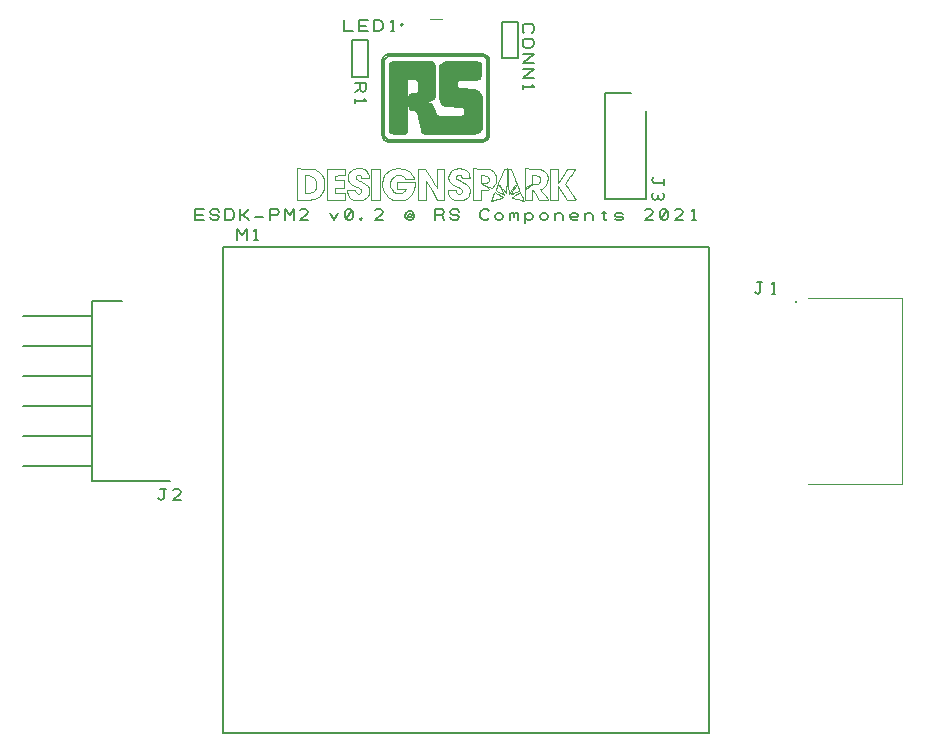
<source format=gbr>
G04 DesignSpark PCB PRO Gerber Version 10.0 Build 5299*
G04 #@! TF.Part,Single*
G04 #@! TF.FileFunction,Legend,Top*
G04 #@! TF.FilePolarity,Positive*
%FSLAX35Y35*%
%MOIN*%
%ADD71C,0.00300*%
%ADD19C,0.00394*%
%ADD16C,0.00500*%
%ADD17C,0.00787*%
%ADD20C,0.00800*%
G04 #@! TD.AperFunction*
X0Y0D02*
D02*
D16*
X49606Y102350D02*
X49919Y102037D01*
X50544Y101725D01*
X51169Y102037D01*
X51481Y102350D01*
Y105475D01*
X52106D01*
X51481D02*
X50231D01*
X57106Y101725D02*
X54606D01*
X56794Y103913D01*
X57106Y104537D01*
X56794Y105163D01*
X56169Y105475D01*
X55231D01*
X54606Y105163D01*
X71063Y24016D02*
X233268D01*
Y186220D01*
X71063D01*
Y24016D01*
X75984Y188339D02*
Y192089D01*
X77547Y190214D01*
X79109Y192089D01*
Y188339D01*
X81609D02*
X82859D01*
X82234D02*
Y192089D01*
X81609Y191464D01*
X111417Y261774D02*
Y258024D01*
X114543D01*
X116417D02*
Y261774D01*
X119543D01*
X118917Y259899D02*
X116417D01*
Y258024D02*
X119543D01*
X121417D02*
Y261774D01*
X123293D01*
X123917Y261462D01*
X124230Y261149D01*
X124543Y260524D01*
Y259274D01*
X124230Y258649D01*
X123917Y258337D01*
X123293Y258024D01*
X121417D01*
X127043D02*
X128293D01*
X127667D02*
Y261774D01*
X127043Y261149D01*
X115111Y240945D02*
X118861D01*
Y238757D01*
X118548Y238132D01*
X117923Y237820D01*
X117298Y238132D01*
X116986Y238757D01*
Y240945D01*
Y238757D02*
X115111Y237820D01*
Y235320D02*
Y234070D01*
Y234695D02*
X118861D01*
X118236Y235320D01*
X119579Y242669D02*
X114279D01*
Y254969D01*
X119579D01*
Y242669D01*
X126791Y224923D02*
Y246613D01*
X126866Y247156D01*
X127095Y247549D01*
X127486Y247787D01*
X128046Y247867D01*
X139734D01*
X140679Y247684D01*
X141381Y247196D01*
X141819Y246494D01*
X141969Y245671D01*
Y237082D01*
X141817Y236265D01*
X141401Y235606D01*
X140778Y235146D01*
X140008Y234924D01*
X139342Y234778D01*
X139192Y234616D01*
X139146Y234336D01*
X139188Y234118D01*
X139337Y233974D01*
X140087Y233787D01*
X140480Y233690D01*
X140822Y233478D01*
X141263Y232846D01*
X142126Y230532D01*
X142465Y229919D01*
X142827Y229710D01*
X143420Y229630D01*
X150480D01*
X151052Y229708D01*
X151470Y229934D01*
X151726Y230292D01*
X151814Y230767D01*
Y231630D01*
X151750Y232073D01*
X151539Y232439D01*
X151152Y232694D01*
X150559Y232807D01*
X146283Y233003D01*
X145180Y233288D01*
X144283Y233870D01*
X143680Y234696D01*
X143460Y235709D01*
Y245279D01*
X143622Y246331D01*
X144082Y247078D01*
X144800Y247524D01*
X145735Y247671D01*
X155775D01*
X156374Y247592D01*
X156775Y247357D01*
X156999Y246976D01*
X157069Y246456D01*
Y243239D01*
X156993Y242673D01*
X156750Y242269D01*
X156324Y242026D01*
X155696Y241945D01*
X150245D01*
X149713Y241857D01*
X149348Y241622D01*
X149136Y241283D01*
X149068Y240886D01*
Y239788D01*
X149163Y239386D01*
X149441Y239072D01*
X149896Y238861D01*
X150519Y238768D01*
X155030Y238494D01*
X155989Y238226D01*
X156760Y237616D01*
X157274Y236778D01*
X157461Y235827D01*
Y225982D01*
X157406Y225476D01*
X157249Y225045D01*
X156702Y224399D01*
X155956Y224024D01*
X155147Y223904D01*
X138989D01*
X138429Y223943D01*
X137983Y224100D01*
X137648Y224433D01*
X137420Y225002D01*
X136008Y230767D01*
X135852Y231237D01*
X135611Y231581D01*
X135186Y231793D01*
X134478Y231865D01*
X133991Y231933D01*
X133606Y232140D01*
X133353Y232494D01*
X133262Y233003D01*
Y236023D01*
X133338Y236531D01*
X133571Y236885D01*
X133974Y237093D01*
X134557Y237160D01*
X135341D01*
X135821Y237269D01*
X136150Y237557D01*
X136339Y237971D01*
X136400Y238454D01*
Y240925D01*
X136315Y241395D01*
X136072Y241739D01*
X135689Y241951D01*
X135184Y242024D01*
X132517D01*
Y225041D01*
X132398Y224499D01*
X132096Y224149D01*
X131690Y223960D01*
X131262Y223904D01*
X128007D01*
X127469Y223975D01*
X127090Y224178D01*
X126865Y224499D01*
X126791Y224923D01*
G36*
X126791Y224923D02*
Y246613D01*
X126866Y247156D01*
X127095Y247549D01*
X127486Y247787D01*
X128046Y247867D01*
X139734D01*
X140679Y247684D01*
X141381Y247196D01*
X141819Y246494D01*
X141969Y245671D01*
Y237082D01*
X141817Y236265D01*
X141401Y235606D01*
X140778Y235146D01*
X140008Y234924D01*
X139342Y234778D01*
X139192Y234616D01*
X139146Y234336D01*
X139188Y234118D01*
X139337Y233974D01*
X140087Y233787D01*
X140480Y233690D01*
X140822Y233478D01*
X141263Y232846D01*
X142126Y230532D01*
X142465Y229919D01*
X142827Y229710D01*
X143420Y229630D01*
X150480D01*
X151052Y229708D01*
X151470Y229934D01*
X151726Y230292D01*
X151814Y230767D01*
Y231630D01*
X151750Y232073D01*
X151539Y232439D01*
X151152Y232694D01*
X150559Y232807D01*
X146283Y233003D01*
X145180Y233288D01*
X144283Y233870D01*
X143680Y234696D01*
X143460Y235709D01*
Y245279D01*
X143622Y246331D01*
X144082Y247078D01*
X144800Y247524D01*
X145735Y247671D01*
X155775D01*
X156374Y247592D01*
X156775Y247357D01*
X156999Y246976D01*
X157069Y246456D01*
Y243239D01*
X156993Y242673D01*
X156750Y242269D01*
X156324Y242026D01*
X155696Y241945D01*
X150245D01*
X149713Y241857D01*
X149348Y241622D01*
X149136Y241283D01*
X149068Y240886D01*
Y239788D01*
X149163Y239386D01*
X149441Y239072D01*
X149896Y238861D01*
X150519Y238768D01*
X155030Y238494D01*
X155989Y238226D01*
X156760Y237616D01*
X157274Y236778D01*
X157461Y235827D01*
Y225982D01*
X157406Y225476D01*
X157249Y225045D01*
X156702Y224399D01*
X155956Y224024D01*
X155147Y223904D01*
X138989D01*
X138429Y223943D01*
X137983Y224100D01*
X137648Y224433D01*
X137420Y225002D01*
X136008Y230767D01*
X135852Y231237D01*
X135611Y231581D01*
X135186Y231793D01*
X134478Y231865D01*
X133991Y231933D01*
X133606Y232140D01*
X133353Y232494D01*
X133262Y233003D01*
Y236023D01*
X133338Y236531D01*
X133571Y236885D01*
X133974Y237093D01*
X134557Y237160D01*
X135341D01*
X135821Y237269D01*
X136150Y237557D01*
X136339Y237971D01*
X136400Y238454D01*
Y240925D01*
X136315Y241395D01*
X136072Y241739D01*
X135689Y241951D01*
X135184Y242024D01*
X132517D01*
Y225041D01*
X132398Y224499D01*
X132096Y224149D01*
X131690Y223960D01*
X131262Y223904D01*
X128007D01*
X127469Y223975D01*
X127090Y224178D01*
X126865Y224499D01*
X126791Y224923D01*
G37*
X61850Y195032D02*
Y198782D01*
X64976D01*
X64350Y196907D02*
X61850D01*
Y195032D02*
X64976D01*
X66850Y195970D02*
X67163Y195344D01*
X67788Y195032D01*
X69038D01*
X69663Y195344D01*
X69976Y195970D01*
X69663Y196594D01*
X69038Y196907D01*
X67788D01*
X67163Y197220D01*
X66850Y197844D01*
X67163Y198470D01*
X67788Y198782D01*
X69038D01*
X69663Y198470D01*
X69976Y197844D01*
X71850Y195032D02*
Y198782D01*
X73726D01*
X74350Y198470D01*
X74663Y198157D01*
X74976Y197532D01*
Y196282D01*
X74663Y195657D01*
X74350Y195344D01*
X73726Y195032D01*
X71850D01*
X76850D02*
Y198782D01*
Y196907D02*
X77788D01*
X79976Y198782D01*
X77788Y196907D02*
X79976Y195032D01*
X81850Y196282D02*
X84350D01*
X86850Y195032D02*
Y198782D01*
X89038D01*
X89663Y198470D01*
X89976Y197844D01*
X89663Y197220D01*
X89038Y196907D01*
X86850D01*
X91850Y195032D02*
Y198782D01*
X93413Y196907D01*
X94976Y198782D01*
Y195032D01*
X99350D02*
X96850D01*
X99038Y197220D01*
X99350Y197844D01*
X99038Y198470D01*
X98413Y198782D01*
X97476D01*
X96850Y198470D01*
X106850Y197532D02*
X108100Y195032D01*
X109350Y197532D01*
X112163Y195344D02*
X112788Y195032D01*
X113413D01*
X114038Y195344D01*
X114350Y195970D01*
Y197844D01*
X114038Y198470D01*
X113413Y198782D01*
X112788D01*
X112163Y198470D01*
X111850Y197844D01*
Y195970D01*
X112163Y195344D01*
X114038Y198470D01*
X117163Y195032D02*
X117476Y195344D01*
X117163Y195657D01*
X116850Y195344D01*
X117163Y195032D01*
X124350D02*
X121850D01*
X124038Y197220D01*
X124350Y197844D01*
X124038Y198470D01*
X123413Y198782D01*
X122476D01*
X121850Y198470D01*
X131850Y196282D02*
Y196594D01*
X132163Y197532D01*
X132476Y197844D01*
X133100Y198157D01*
X133726D01*
X134350Y197844D01*
X134663Y197532D01*
X134976Y196594D01*
Y196282D01*
X134663Y195657D01*
X134350Y195344D01*
X133726Y195032D01*
X133100D01*
X132476Y195344D01*
X132163Y195657D01*
X131850Y196282D01*
X134038D02*
X133413Y195970D01*
X132788Y196282D01*
Y196907D01*
X133413Y197220D01*
X134038Y196907D01*
X141850Y195032D02*
Y198782D01*
X144038D01*
X144663Y198470D01*
X144976Y197844D01*
X144663Y197220D01*
X144038Y196907D01*
X141850D01*
X144038D02*
X144976Y195032D01*
X146850Y195970D02*
X147163Y195344D01*
X147788Y195032D01*
X149038D01*
X149663Y195344D01*
X149976Y195970D01*
X149663Y196594D01*
X149038Y196907D01*
X147788D01*
X147163Y197220D01*
X146850Y197844D01*
X147163Y198470D01*
X147788Y198782D01*
X149038D01*
X149663Y198470D01*
X149976Y197844D01*
X159976Y195657D02*
X159663Y195344D01*
X159038Y195032D01*
X158100D01*
X157476Y195344D01*
X157163Y195657D01*
X156850Y196282D01*
Y197532D01*
X157163Y198157D01*
X157476Y198470D01*
X158100Y198782D01*
X159038D01*
X159663Y198470D01*
X159976Y198157D01*
X161850Y195970D02*
X162163Y195344D01*
X162788Y195032D01*
X163413D01*
X164038Y195344D01*
X164350Y195970D01*
Y196594D01*
X164038Y197220D01*
X163413Y197532D01*
X162788D01*
X162163Y197220D01*
X161850Y196594D01*
Y195970D01*
X166850Y195032D02*
Y197532D01*
Y197220D02*
X167163Y197532D01*
X167788D01*
X168100Y197220D01*
Y196282D01*
Y197220D02*
X168413Y197532D01*
X169038D01*
X169350Y197220D01*
Y195032D01*
X171850Y197532D02*
Y194094D01*
Y195970D02*
X172163Y195344D01*
X172788Y195032D01*
X173413D01*
X174038Y195344D01*
X174350Y195970D01*
Y196594D01*
X174038Y197220D01*
X173413Y197532D01*
X172788D01*
X172163Y197220D01*
X171850Y196594D01*
Y195970D01*
X176850D02*
X177163Y195344D01*
X177788Y195032D01*
X178413D01*
X179038Y195344D01*
X179350Y195970D01*
Y196594D01*
X179038Y197220D01*
X178413Y197532D01*
X177788D01*
X177163Y197220D01*
X176850Y196594D01*
Y195970D01*
X181850Y195032D02*
Y197532D01*
Y196594D02*
X182163Y197220D01*
X182788Y197532D01*
X183413D01*
X184038Y197220D01*
X184350Y196594D01*
Y195032D01*
X189350Y195344D02*
X189038Y195032D01*
X188413D01*
X187788D01*
X187163Y195344D01*
X186850Y195970D01*
Y196907D01*
X187163Y197220D01*
X187788Y197532D01*
X188413D01*
X189038Y197220D01*
X189350Y196907D01*
Y196594D01*
X189038Y196282D01*
X188413Y195970D01*
X187788D01*
X187163Y196282D01*
X186850Y196594D01*
X191850Y195032D02*
Y197532D01*
Y196594D02*
X192163Y197220D01*
X192788Y197532D01*
X193413D01*
X194038Y197220D01*
X194350Y196594D01*
Y195032D01*
X197371Y197532D02*
X198830D01*
X198100Y198157D02*
Y195344D01*
X198413Y195032D01*
X198726D01*
X199038Y195344D01*
X201850D02*
X202476Y195032D01*
X203726D01*
X204350Y195344D01*
Y195970D01*
X203726Y196282D01*
X202476D01*
X201850Y196594D01*
Y197220D01*
X202476Y197532D01*
X203726D01*
X204350Y197220D01*
X214350Y195032D02*
X211850D01*
X214038Y197220D01*
X214350Y197844D01*
X214038Y198470D01*
X213413Y198782D01*
X212476D01*
X211850Y198470D01*
X217163Y195344D02*
X217788Y195032D01*
X218413D01*
X219038Y195344D01*
X219350Y195970D01*
Y197844D01*
X219038Y198470D01*
X218413Y198782D01*
X217788D01*
X217163Y198470D01*
X216850Y197844D01*
Y195970D01*
X217163Y195344D01*
X219038Y198470D01*
X224350Y195032D02*
X221850D01*
X224038Y197220D01*
X224350Y197844D01*
X224038Y198470D01*
X223413Y198782D01*
X222476D01*
X221850Y198470D01*
X227476Y195032D02*
X228726D01*
X228100D02*
Y198782D01*
X227476Y198157D01*
X169579Y248968D02*
X164279D01*
Y261268D01*
X169579D01*
Y248968D01*
X171641Y257505D02*
X171329Y257817D01*
X171016Y258443D01*
Y259380D01*
X171329Y260005D01*
X171641Y260317D01*
X172266Y260630D01*
X173516D01*
X174141Y260317D01*
X174454Y260005D01*
X174766Y259380D01*
Y258443D01*
X174454Y257817D01*
X174141Y257505D01*
X172266Y255630D02*
X173516D01*
X174141Y255317D01*
X174454Y255005D01*
X174766Y254380D01*
Y253755D01*
X174454Y253130D01*
X174141Y252817D01*
X173516Y252505D01*
X172266D01*
X171641Y252817D01*
X171329Y253130D01*
X171016Y253755D01*
Y254380D01*
X171329Y255005D01*
X171641Y255317D01*
X172266Y255630D01*
X171016Y250630D02*
X174766D01*
X171016Y247505D01*
X174766D01*
X171016Y245630D02*
X174766D01*
X171016Y242505D01*
X174766D01*
X171016Y240005D02*
Y238755D01*
Y239380D02*
X174766D01*
X174141Y240005D01*
X214948Y209449D02*
X214636Y209136D01*
X214323Y208511D01*
X214636Y207886D01*
X214948Y207574D01*
X218073D01*
Y206949D01*
Y207574D02*
Y208824D01*
X214636Y204136D02*
X214323Y203511D01*
Y202886D01*
X214636Y202261D01*
X215261Y201949D01*
X215886Y202261D01*
X216198Y202886D01*
Y203511D01*
Y202886D02*
X216511Y202261D01*
X217136Y201949D01*
X217761Y202261D01*
X218073Y202886D01*
Y203511D01*
X217761Y204136D01*
X248425Y171248D02*
X248738Y170935D01*
X249363Y170622D01*
X249988Y170935D01*
X250300Y171248D01*
Y174372D01*
X250925D01*
X250300D02*
X249050D01*
X254050Y170622D02*
X255300D01*
X254675D02*
Y174372D01*
X254050Y173748D01*
D02*
D17*
X27559Y113189D02*
X4567D01*
X27559Y123189D02*
X4567D01*
X27559Y133189D02*
X4567D01*
X27559Y143189D02*
X4567D01*
X27559Y153189D02*
X4567D01*
X27559Y163189D02*
X4567D01*
X53543Y108189D02*
X27559D01*
Y168189D01*
X37559D01*
X130709Y259843D02*
Y260630D02*
G75*
G03*
Y259843I0J-394D01*
G01*
Y260630D02*
G75*
G02*
Y259843I0J-394D01*
G01*
X212205Y231496D02*
Y201969D01*
X198425D01*
Y237402D01*
X207087D01*
X262205Y167913D02*
G75*
G02*
Y167520I0J-197D01*
G01*
Y167913D02*
G75*
G02*
Y167520I0J-197D01*
G01*
G75*
G02*
Y167913I0J197D01*
G01*
D02*
D19*
X140157Y262205D02*
X144094D01*
X266043Y169193D02*
X297579D01*
Y107185D01*
X266043D01*
D02*
D71*
X95888Y201880D02*
Y212306D01*
X98541Y212263D01*
X98897Y212258D01*
X99969Y212234D01*
X100854Y212191D01*
X101400Y212116D01*
X101710Y212030D01*
X101812Y211992D01*
X102164Y211862D01*
X103146Y211253D01*
X104113Y210167D01*
X104704Y208755D01*
X104904Y207467D01*
Y206616D01*
X104722Y205353D01*
X104173Y203997D01*
X103245Y202955D01*
X102276Y202348D01*
X101929Y202209D01*
X101828Y202170D01*
X101515Y202072D01*
X100984Y201992D01*
X100092Y201949D01*
X98969Y201925D01*
X98595Y201920D01*
X95888Y201880D01*
X100535Y204315D02*
X100718Y204365D01*
X101235Y204627D01*
X101742Y205133D01*
X102064Y205846D01*
X102195Y206541D01*
X102208Y206774D01*
X102227Y207128D01*
X102093Y208198D01*
X101564Y209200D01*
X100608Y209794D01*
X99566Y209990D01*
X98622D01*
Y204194D01*
X99361Y204195D01*
X99523D01*
X100010Y204231D01*
X100475Y204298D01*
X100535Y204315D01*
X105949Y201898D02*
Y212287D01*
X111745D01*
Y209996D01*
X110133Y209965D01*
X108520Y209935D01*
X108487Y209143D01*
X108455Y208349D01*
X111636D01*
Y205943D01*
X108456D01*
X108487Y205096D01*
X108520Y204248D01*
X110133Y204218D01*
X111745Y204187D01*
Y201898D01*
X105949D01*
X114997Y201791D02*
X114734Y201857D01*
X113992Y202226D01*
X113206Y202928D01*
X112693Y203834D01*
X112511Y204611D01*
Y205287D01*
X114000D01*
X114553Y205283D01*
X114950Y205254D01*
X115124Y205181D01*
X115180Y205078D01*
X115191Y205042D01*
X115234Y204887D01*
X115457Y204354D01*
X115744Y204055D01*
X115820Y204015D01*
X115894Y203977D01*
X116148Y203914D01*
X116463Y203935D01*
X116747Y204059D01*
X116982Y204263D01*
X117148Y204527D01*
X117228Y204829D01*
X117204Y205148D01*
X117105Y205393D01*
X117057Y205463D01*
X117035Y205493D01*
X116894Y205595D01*
X116566Y205787D01*
X116122Y206016D01*
X115737Y206196D01*
X115608Y206253D01*
X115252Y206409D01*
X114216Y206952D01*
X113322Y207648D01*
X112843Y208424D01*
X112702Y209132D01*
Y209587D01*
X112814Y210246D01*
X113160Y210987D01*
X113748Y211604D01*
X114367Y212009D01*
X114588Y212113D01*
X114690Y212161D01*
X115000Y212294D01*
X115353Y212396D01*
X115761Y212441D01*
X116194Y212449D01*
X116478D01*
X116896Y212439D01*
X117299Y212398D01*
X117631Y212313D01*
X117895Y212208D01*
X117980Y212167D01*
X118165Y212081D01*
X118686Y211740D01*
X119226Y211198D01*
X119596Y210545D01*
X119767Y209980D01*
X119793Y209787D01*
X119866Y209224D01*
X117230D01*
X117104Y209608D01*
X117067Y209719D01*
X116793Y210075D01*
X116348Y210209D01*
X116084D01*
X115737Y210060D01*
X115431Y209701D01*
X115346Y209260D01*
X115469Y208937D01*
X115546Y208867D01*
X115572Y208844D01*
X115731Y208748D01*
X116093Y208548D01*
X116581Y208296D01*
X117001Y208089D01*
X117142Y208020D01*
X117490Y207853D01*
X118507Y207283D01*
X119348Y206585D01*
X119773Y205798D01*
X119889Y205046D01*
Y204795D01*
X119889Y204558D01*
X119780Y203847D01*
X119450Y203069D01*
X118890Y202449D01*
X118304Y202066D01*
X118094Y201972D01*
X117952Y201909D01*
X117470Y201813D01*
X116597Y201720D01*
X115698Y201708D01*
X115166Y201748D01*
X114997Y201791D01*
X120604Y201898D02*
Y212287D01*
X123338D01*
Y201898D01*
X120604D01*
X128161Y201852D02*
X127887Y201925D01*
X127100Y202266D01*
X126157Y202896D01*
X125359Y203720D01*
X124863Y204452D01*
X124734Y204713D01*
X124667Y204848D01*
X124476Y205259D01*
X124332Y205676D01*
X124263Y206132D01*
X124235Y206627D01*
X124230Y206791D01*
X124220Y207030D01*
X124241Y207748D01*
X124359Y208561D01*
X124599Y209281D01*
X124867Y209803D01*
X124973Y209965D01*
X125311Y210486D01*
X126828Y211725D01*
X129194Y212459D01*
X131670Y212133D01*
X133420Y211172D01*
X133863Y210715D01*
X133955Y210620D01*
X134197Y210296D01*
X134546Y209754D01*
X134819Y209238D01*
X134930Y208985D01*
Y208879D01*
X134544Y208817D01*
X133730Y208787D01*
X131989D01*
X131700Y209164D01*
X131578Y209324D01*
X131076Y209701D01*
X130254Y210021D01*
X129365Y210095D01*
X128723Y209982D01*
X128533Y209894D01*
X128401Y209836D01*
X128041Y209586D01*
X127595Y209145D01*
X127231Y208622D01*
X127035Y208209D01*
X126994Y208065D01*
X126928Y207839D01*
X126865Y207117D01*
X126993Y206162D01*
X127350Y205300D01*
X127746Y204767D01*
X127911Y204630D01*
X128111Y204464D01*
X128849Y204131D01*
X129892Y204017D01*
X130903Y204277D01*
X131573Y204709D01*
X131742Y204902D01*
X131824Y204997D01*
X132052Y205301D01*
X132022Y205515D01*
X131554Y205600D01*
X130804Y205615D01*
X129025D01*
Y207802D01*
X135258D01*
Y206701D01*
X134964Y205349D01*
X134143Y203787D01*
X132880Y202581D01*
X131685Y201956D01*
X131263Y201846D01*
X131088Y201801D01*
X130551Y201730D01*
X129707Y201693D01*
X128864Y201733D01*
X128332Y201806D01*
X128161Y201852D01*
X136243Y201898D02*
Y212293D01*
X137412Y212262D01*
X138580Y212231D01*
X140524Y209073D01*
X140713Y208766D01*
X141283Y207843D01*
X141917Y206824D01*
X142357Y206124D01*
X142528Y205857D01*
X142538Y205848D01*
X142559Y206079D01*
X142565Y206756D01*
X142554Y207776D01*
X142537Y208719D01*
X142530Y209033D01*
X142450Y212287D01*
X144991D01*
Y201890D01*
X142640Y201952D01*
X140726Y205007D01*
X138812Y208064D01*
X138754Y201898D01*
X136243D01*
X148754Y201784D02*
X148472Y201845D01*
X147662Y202198D01*
X146820Y202891D01*
X146277Y203802D01*
X146085Y204603D01*
Y205287D01*
X148682D01*
X148751Y204860D01*
X148766Y204765D01*
X148884Y204487D01*
X149133Y204170D01*
X149454Y203949D01*
X149716Y203866D01*
X149883D01*
X150122Y203948D01*
X150403Y204109D01*
X150451Y204149D01*
X150518Y204206D01*
X150720Y204462D01*
X150787Y204764D01*
Y204962D01*
X150726Y205252D01*
X150491Y205570D01*
X150007Y205885D01*
X149404Y206175D01*
X149201Y206263D01*
X148882Y206402D01*
X147952Y206876D01*
X147103Y207467D01*
X146578Y208111D01*
X146339Y208680D01*
X146298Y208876D01*
X146260Y209052D01*
X146241Y209599D01*
X146383Y210287D01*
X146717Y210928D01*
X147095Y211378D01*
X147241Y211505D01*
X147499Y211733D01*
X148463Y212202D01*
X149880Y212439D01*
X151269Y212212D01*
X152180Y211750D01*
X152414Y211522D01*
X152556Y211384D01*
X153028Y210734D01*
X153254Y209996D01*
X153272Y209813D01*
X153333Y209224D01*
X150837D01*
X150621Y209689D01*
X150580Y209775D01*
X150376Y210072D01*
X150125Y210230D01*
X150062Y210247D01*
X149944Y210280D01*
X149555Y210245D01*
X149129Y210007D01*
X148874Y209614D01*
X148841Y209254D01*
X148878Y209149D01*
X148895Y209099D01*
X148995Y208961D01*
X149271Y208744D01*
X149781Y208448D01*
X150398Y208126D01*
X150606Y208021D01*
X150978Y207833D01*
X152065Y207197D01*
X152936Y206439D01*
X153337Y205596D01*
X153404Y204789D01*
X153386Y204522D01*
X153378Y204417D01*
X153285Y203883D01*
X153138Y203425D01*
X153105Y203357D01*
X153046Y203243D01*
X152813Y202926D01*
X152413Y202522D01*
X151947Y202185D01*
X151585Y201994D01*
X151458Y201949D01*
X151317Y201900D01*
X150872Y201815D01*
X150119Y201737D01*
X149359Y201724D01*
X148901Y201754D01*
X148754Y201784D01*
X154506Y201898D02*
Y212311D01*
X157049Y212262D01*
X157393Y212256D01*
X158426Y212229D01*
X159274Y212182D01*
X159799Y212103D01*
X160104Y212013D01*
X160204Y211974D01*
X160392Y211902D01*
X161209Y211333D01*
X161837Y210516D01*
X161931Y210318D01*
X161970Y210233D01*
X162077Y209972D01*
X162164Y209648D01*
X162204Y209261D01*
X162214Y208864D01*
Y208731D01*
X162213Y208601D01*
X162201Y208207D01*
X162158Y207817D01*
X162072Y207487D01*
X161967Y207224D01*
X161928Y207139D01*
X161871Y207019D01*
X161656Y206677D01*
X161304Y206218D01*
X160959Y205866D01*
X160773Y205725D01*
X160669D01*
X160540Y205793D01*
X160151Y205974D01*
X159601Y206244D01*
X159112Y206490D01*
X158951Y206572D01*
X157294Y207420D01*
X158210Y207479D01*
X158338Y207487D01*
X158722Y207522D01*
X159037Y207582D01*
X159244Y207696D01*
X159394Y207840D01*
X159440Y207891D01*
X159501Y207959D01*
X159689Y208269D01*
X159755Y208607D01*
Y208865D01*
X159643Y209301D01*
X159292Y209694D01*
X158673Y209918D01*
X157988Y209990D01*
X157759D01*
X157021Y209991D01*
Y207417D01*
X158601Y206434D01*
X158751Y206341D01*
X159206Y206055D01*
X159637Y205769D01*
X159889Y205562D01*
X159958Y205419D01*
X159843Y205327D01*
X159539Y205269D01*
X159046Y205234D01*
X158531Y205211D01*
X158360Y205204D01*
X157021Y205152D01*
Y201898D01*
X154506D01*
X160664Y201815D02*
X160684Y201865D01*
X160891Y202372D01*
X161173Y203067D01*
X161231Y203209D01*
X161289Y203352D01*
X161552Y203970D01*
X161719Y204328D01*
X161731Y204340D01*
X161741Y204353D01*
X161870Y204307D01*
X162193Y204149D01*
X162650Y203891D01*
X163059Y203644D01*
X163195Y203558D01*
X164580Y202683D01*
X164218Y202570D01*
X164099Y202533D01*
X163742Y202422D01*
X163182Y202249D01*
X162582Y202064D01*
X161988Y201883D01*
X161445Y201719D01*
X160996Y201585D01*
X160689Y201494D01*
X160596Y201459D01*
X160566D01*
X160574Y201564D01*
X160644Y201767D01*
X160664Y201815D01*
X163446Y204255D02*
X163309Y204324D01*
X162905Y204541D01*
X162460Y204795D01*
X162161Y204991D01*
X162051Y205074D01*
Y205183D01*
X162163Y205430D01*
X162467Y206226D01*
X162916Y207368D01*
X163326Y208395D01*
X163465Y208736D01*
X164880Y212231D01*
X165337Y212266D01*
X165794Y212300D01*
X165716Y208548D01*
X165707Y208176D01*
X165678Y207059D01*
X165639Y205778D01*
X165599Y204842D01*
X165576Y204443D01*
X165566Y204386D01*
X165497Y203977D01*
X164405Y205352D01*
X164297Y205487D01*
X163973Y205891D01*
X163603Y206343D01*
X163335Y206659D01*
X163223Y206783D01*
X163209Y206792D01*
X163257Y206616D01*
X163463Y206204D01*
X163521Y206099D01*
X163671Y205827D01*
X164121Y205004D01*
X164554Y204201D01*
X164809Y203709D01*
X164878Y203543D01*
X164873Y203544D01*
X164753Y203602D01*
X164442Y203755D01*
X163990Y203981D01*
X163582Y204186D01*
X163446Y204255D01*
X167534Y204495D02*
X167598Y204611D01*
X167982Y205302D01*
X168349Y205956D01*
X168405Y206053D01*
X168460Y206151D01*
X168677Y206569D01*
X168771Y206804D01*
X168759Y206816D01*
X168690D01*
X168686Y206809D01*
X168680Y206804D01*
X168580Y206678D01*
X168320Y206353D01*
X167946Y205884D01*
X167609Y205460D01*
X167497Y205320D01*
X166345Y203876D01*
X166274Y207070D01*
X166267Y207400D01*
X166241Y208390D01*
X166204Y209622D01*
X166169Y210630D01*
X166146Y211135D01*
X166137Y211274D01*
X166072Y212287D01*
X167035D01*
X168494Y208674D01*
X168635Y208324D01*
X169057Y207269D01*
X169512Y206111D01*
X169813Y205322D01*
X169918Y205028D01*
X169913Y205022D01*
X169894Y205006D01*
X169774Y204944D01*
X169455Y204778D01*
X169016Y204557D01*
X168518Y204309D01*
X168019Y204065D01*
X167582Y203852D01*
X167265Y203704D01*
X167164Y203647D01*
X167131D01*
X167222Y203897D01*
X167469Y204378D01*
X167534Y204495D01*
X169347Y202058D02*
X169167Y202115D01*
X168629Y202286D01*
X168036Y202480D01*
X167627Y202619D01*
X167472Y202675D01*
X167466Y202680D01*
X167556Y202765D01*
X167836Y202962D01*
X168261Y203244D01*
X168657Y203497D01*
X168789Y203580D01*
X168922Y203663D01*
X169322Y203909D01*
X169765Y204174D01*
X170071Y204345D01*
X170188Y204403D01*
X170194Y204397D01*
X170211Y204378D01*
X170262Y204258D01*
X170402Y203935D01*
X170588Y203490D01*
X170796Y202984D01*
X171000Y202476D01*
X171176Y202028D01*
X171300Y201701D01*
X171347Y201591D01*
Y201537D01*
X171322Y201487D01*
X171117Y201515D01*
X170525Y201688D01*
X169641Y201966D01*
X169347Y202058D01*
X171676Y201898D02*
Y205380D01*
X173026Y206209D01*
X173217Y206328D01*
X173798Y206675D01*
X174282Y206922D01*
X174644Y207020D01*
X174950Y207037D01*
X175199D01*
X175641Y207084D01*
X176054Y207174D01*
X176106Y207195D01*
X176233Y207248D01*
X176564Y207537D01*
X176844Y208049D01*
X176917Y208646D01*
X176822Y209106D01*
X176753Y209238D01*
X176692Y209356D01*
X176091Y209789D01*
X175157Y209987D01*
X174929D01*
X174191Y209990D01*
Y207148D01*
X172990Y206545D01*
X172872Y206487D01*
X172519Y206313D01*
X172124Y206120D01*
X171849Y205991D01*
X171761Y205943D01*
X171726D01*
X171710Y206195D01*
X171692Y206879D01*
X171680Y207891D01*
X171676Y208818D01*
Y212309D01*
X174163Y212260D01*
X174584Y212253D01*
X175848Y212204D01*
X176925Y212086D01*
X177627Y211864D01*
X178054Y211598D01*
X178182Y211493D01*
X178442Y211279D01*
X179027Y210400D01*
X179395Y209041D01*
X179266Y207636D01*
X178841Y206662D01*
X178623Y206402D01*
X178553Y206320D01*
X178298Y206110D01*
X177860Y205819D01*
X177420Y205596D01*
X177174Y205506D01*
X177050D01*
X176925Y205421D01*
Y205349D01*
X177028Y205219D01*
X177311Y204832D01*
X177727Y204290D01*
X178109Y203807D01*
X178238Y203647D01*
X178365Y203489D01*
X178747Y203009D01*
X179163Y202478D01*
X179445Y202108D01*
X179549Y201994D01*
Y201947D01*
X179122Y201915D01*
X178353Y201898D01*
X176644D01*
X175520Y203480D01*
X175409Y203636D01*
X175074Y204101D01*
X174695Y204618D01*
X174421Y204979D01*
X174307Y205119D01*
X174294Y205127D01*
X174219Y204724D01*
X174191Y203839D01*
Y201898D01*
X171676D01*
X180315Y201896D02*
Y212287D01*
X182936D01*
X182965Y209921D01*
X182994Y207556D01*
X184470Y209918D01*
X185948Y212281D01*
X187287Y212283D01*
X187470Y212285D01*
X188233Y212270D01*
X188627Y212241D01*
Y212176D01*
X188493Y212009D01*
X188130Y211448D01*
X187593Y210630D01*
X187102Y209889D01*
X186937Y209643D01*
X185248Y207109D01*
X185443Y206827D01*
X185470Y206789D01*
X185640Y206545D01*
X186031Y205986D01*
X186559Y205230D01*
X187017Y204576D01*
X187169Y204358D01*
X187319Y204144D01*
X187769Y203498D01*
X188272Y202773D01*
X188627Y202261D01*
X188767Y202054D01*
X188779Y202034D01*
X188783Y202026D01*
X188746Y201968D01*
X188528Y201926D01*
X188077Y201904D01*
X187530Y201898D01*
X185837D01*
X182994Y206424D01*
X182965Y204161D01*
X182936Y201896D01*
X180315D01*
D02*
D20*
X157736Y221265D02*
X158610Y221442D01*
X159324Y221923D01*
X159806Y222637D01*
X159982Y223511D01*
Y248142D01*
X159806Y249016D01*
X159324Y249730D01*
X158610Y250212D01*
X157736Y250388D01*
X126517D01*
X125642Y250212D01*
X124928Y249730D01*
X124446Y249016D01*
X124270Y248142D01*
Y223511D01*
X124446Y222637D01*
X124928Y221923D01*
X125642Y221442D01*
X126517Y221265D01*
X157736D01*
X159289Y248143D02*
X159167Y248747D01*
X158834Y249241D01*
X158341Y249573D01*
X157736Y249695D01*
X126517D01*
X125912Y249573D01*
X125418Y249241D01*
X125085Y248747D01*
X124963Y248143D01*
Y223512D01*
X125085Y222907D01*
X125418Y222414D01*
X125912Y222081D01*
X126517Y221959D01*
X157736D01*
X158341Y222081D01*
X158834Y222414D01*
X159167Y222907D01*
X159289Y223512D01*
Y248143D01*
X0Y0D02*
M02*

</source>
